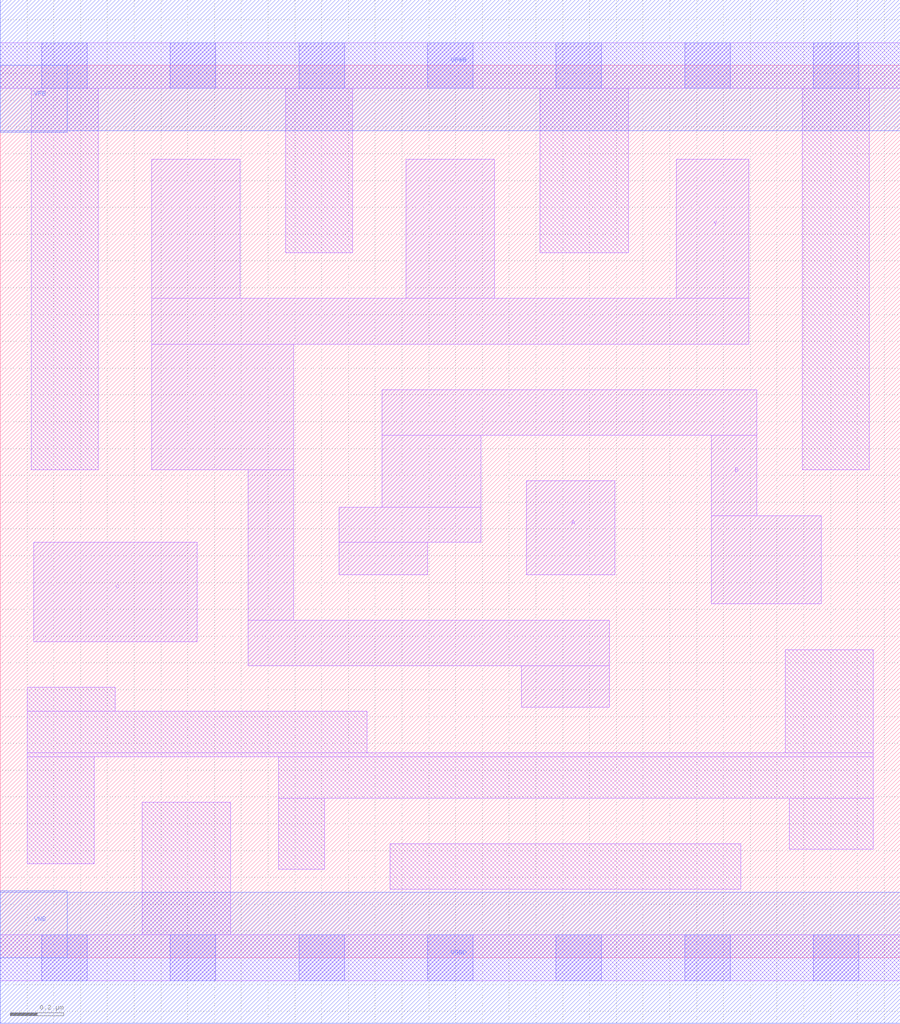
<source format=lef>
# Copyright 2020 The SkyWater PDK Authors
#
# Licensed under the Apache License, Version 2.0 (the "License");
# you may not use this file except in compliance with the License.
# You may obtain a copy of the License at
#
#     https://www.apache.org/licenses/LICENSE-2.0
#
# Unless required by applicable law or agreed to in writing, software
# distributed under the License is distributed on an "AS IS" BASIS,
# WITHOUT WARRANTIES OR CONDITIONS OF ANY KIND, either express or implied.
# See the License for the specific language governing permissions and
# limitations under the License.
#
# SPDX-License-Identifier: Apache-2.0

VERSION 5.5 ;
NAMESCASESENSITIVE ON ;
BUSBITCHARS "[]" ;
DIVIDERCHAR "/" ;
MACRO sky130_fd_sc_ms__nand3_2
  CLASS CORE ;
  SOURCE USER ;
  ORIGIN  0.000000  0.000000 ;
  SIZE  3.360000 BY  3.330000 ;
  SYMMETRY X Y ;
  SITE unit ;
  PIN A
    ANTENNAGATEAREA  0.558000 ;
    DIRECTION INPUT ;
    USE SIGNAL ;
    PORT
      LAYER li1 ;
        RECT 1.965000 1.430000 2.295000 1.780000 ;
    END
  END A
  PIN B
    ANTENNAGATEAREA  0.558000 ;
    DIRECTION INPUT ;
    USE SIGNAL ;
    PORT
      LAYER li1 ;
        RECT 1.265000 1.430000 1.595000 1.550000 ;
        RECT 1.265000 1.550000 1.795000 1.680000 ;
        RECT 1.425000 1.680000 1.795000 1.950000 ;
        RECT 1.425000 1.950000 2.825000 2.120000 ;
        RECT 2.655000 1.320000 3.065000 1.650000 ;
        RECT 2.655000 1.650000 2.825000 1.950000 ;
    END
  END B
  PIN C
    ANTENNAGATEAREA  0.558000 ;
    DIRECTION INPUT ;
    USE SIGNAL ;
    PORT
      LAYER li1 ;
        RECT 0.125000 1.180000 0.735000 1.550000 ;
    END
  END C
  PIN Y
    ANTENNADIFFAREA  1.220800 ;
    DIRECTION OUTPUT ;
    USE SIGNAL ;
    PORT
      LAYER li1 ;
        RECT 0.565000 1.820000 1.095000 2.290000 ;
        RECT 0.565000 2.290000 2.795000 2.460000 ;
        RECT 0.565000 2.460000 0.895000 2.980000 ;
        RECT 0.925000 1.090000 2.275000 1.260000 ;
        RECT 0.925000 1.260000 1.095000 1.820000 ;
        RECT 1.515000 2.460000 1.845000 2.980000 ;
        RECT 1.945000 0.935000 2.275000 1.090000 ;
        RECT 2.525000 2.460000 2.795000 2.980000 ;
    END
  END Y
  PIN VGND
    DIRECTION INOUT ;
    USE GROUND ;
    PORT
      LAYER met1 ;
        RECT 0.000000 -0.245000 3.360000 0.245000 ;
    END
  END VGND
  PIN VNB
    DIRECTION INOUT ;
    USE GROUND ;
    PORT
    END
  END VNB
  PIN VPB
    DIRECTION INOUT ;
    USE POWER ;
    PORT
    END
  END VPB
  PIN VNB
    DIRECTION INOUT ;
    USE GROUND ;
    PORT
      LAYER met1 ;
        RECT 0.000000 0.000000 0.250000 0.250000 ;
    END
  END VNB
  PIN VPB
    DIRECTION INOUT ;
    USE POWER ;
    PORT
      LAYER met1 ;
        RECT 0.000000 3.080000 0.250000 3.330000 ;
    END
  END VPB
  PIN VPWR
    DIRECTION INOUT ;
    USE POWER ;
    PORT
      LAYER met1 ;
        RECT 0.000000 3.085000 3.360000 3.575000 ;
    END
  END VPWR
  OBS
    LAYER li1 ;
      RECT 0.000000 -0.085000 3.360000 0.085000 ;
      RECT 0.000000  3.245000 3.360000 3.415000 ;
      RECT 0.100000  0.350000 0.350000 0.750000 ;
      RECT 0.100000  0.750000 3.260000 0.765000 ;
      RECT 0.100000  0.765000 1.370000 0.920000 ;
      RECT 0.100000  0.920000 0.430000 1.010000 ;
      RECT 0.115000  1.820000 0.365000 3.245000 ;
      RECT 0.530000  0.085000 0.860000 0.580000 ;
      RECT 1.040000  0.330000 1.210000 0.595000 ;
      RECT 1.040000  0.595000 3.260000 0.750000 ;
      RECT 1.065000  2.630000 1.315000 3.245000 ;
      RECT 1.455000  0.255000 2.765000 0.425000 ;
      RECT 2.015000  2.630000 2.345000 3.245000 ;
      RECT 2.930000  0.765000 3.260000 1.150000 ;
      RECT 2.945000  0.405000 3.260000 0.595000 ;
      RECT 2.995000  1.820000 3.245000 3.245000 ;
    LAYER mcon ;
      RECT 0.155000 -0.085000 0.325000 0.085000 ;
      RECT 0.155000  3.245000 0.325000 3.415000 ;
      RECT 0.635000 -0.085000 0.805000 0.085000 ;
      RECT 0.635000  3.245000 0.805000 3.415000 ;
      RECT 1.115000 -0.085000 1.285000 0.085000 ;
      RECT 1.115000  3.245000 1.285000 3.415000 ;
      RECT 1.595000 -0.085000 1.765000 0.085000 ;
      RECT 1.595000  3.245000 1.765000 3.415000 ;
      RECT 2.075000 -0.085000 2.245000 0.085000 ;
      RECT 2.075000  3.245000 2.245000 3.415000 ;
      RECT 2.555000 -0.085000 2.725000 0.085000 ;
      RECT 2.555000  3.245000 2.725000 3.415000 ;
      RECT 3.035000 -0.085000 3.205000 0.085000 ;
      RECT 3.035000  3.245000 3.205000 3.415000 ;
  END
END sky130_fd_sc_ms__nand3_2
END LIBRARY

</source>
